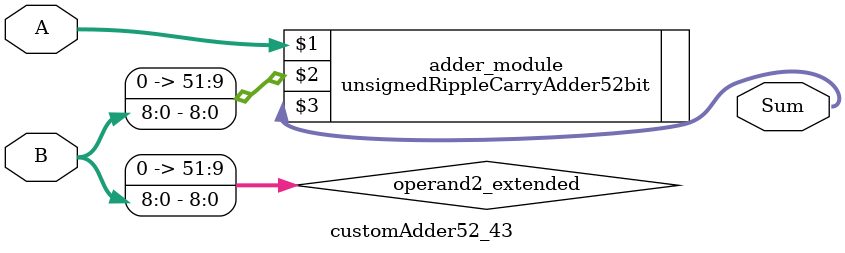
<source format=v>
module customAdder52_43(
                        input [51 : 0] A,
                        input [8 : 0] B,
                        
                        output [52 : 0] Sum
                );

        wire [51 : 0] operand2_extended;
        
        assign operand2_extended =  {43'b0, B};
        
        unsignedRippleCarryAdder52bit adder_module(
            A,
            operand2_extended,
            Sum
        );
        
        endmodule
        
</source>
